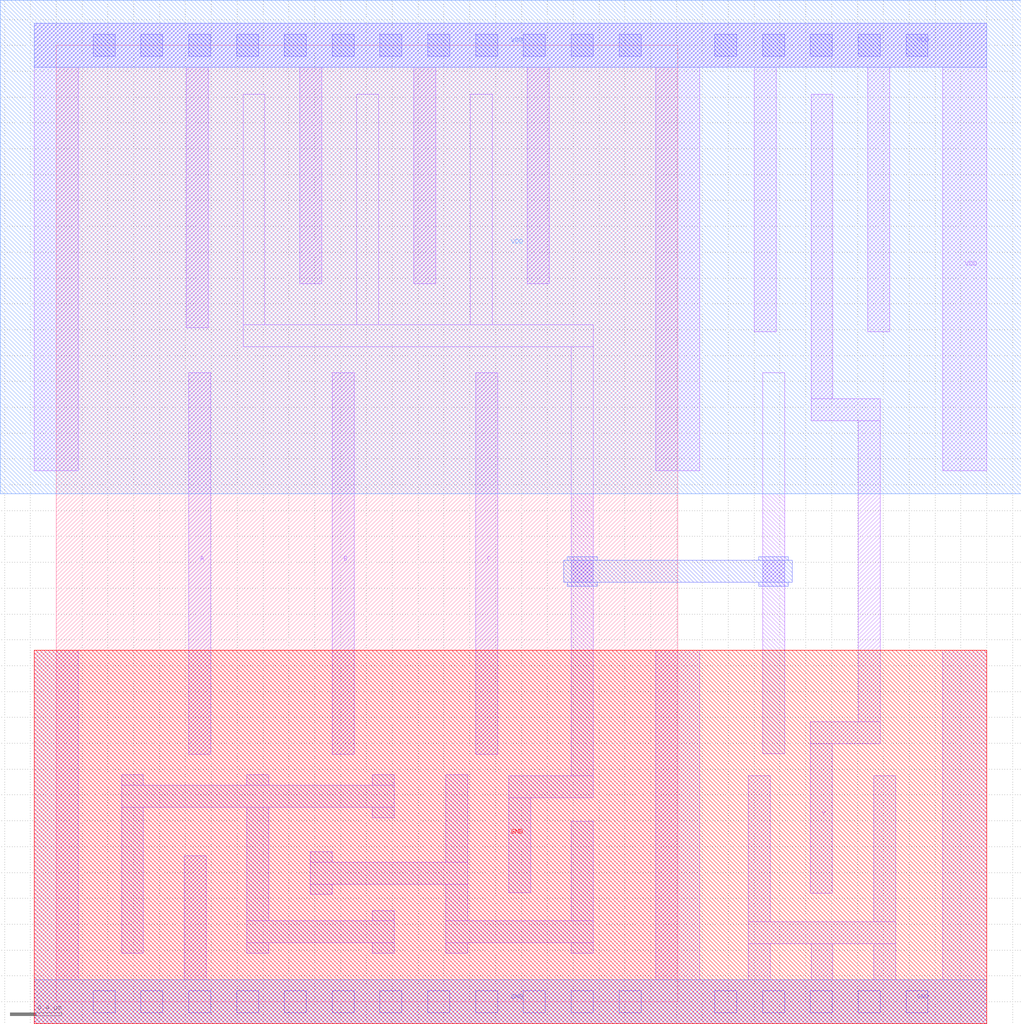
<source format=lef>
VERSION 5.7 ;
  NOWIREEXTENSIONATPIN ON ;
  DIVIDERCHAR "/" ;
  BUSBITCHARS "[]" ;
MACRO AND3X1
  CLASS CORE ;
  FOREIGN AND3X1 ;
  ORIGIN 0.000 0.000 ;
  SIZE 4.810 BY 7.400 ;
  SYMMETRY X Y R90 ;
  SITE unitrh ;
  PIN Y
    DIRECTION OUTPUT ;
    USE SIGNAL ;
    ANTENNADIFFAREA 0.771900 ;
    PORT
      LAYER li1 ;
        RECT 5.840 4.665 6.010 7.020 ;
        RECT 5.840 4.495 6.375 4.665 ;
        RECT 6.205 2.165 6.375 4.495 ;
        RECT 5.835 1.995 6.375 2.165 ;
        RECT 5.835 0.840 6.005 1.995 ;
    END
  END Y
  PIN A
    DIRECTION INPUT ;
    USE SIGNAL ;
    ANTENNAGATEAREA 1.033250 ;
    PORT
      LAYER li1 ;
        RECT 1.025 1.915 1.195 4.865 ;
    END
  END A
  PIN B
    DIRECTION INPUT ;
    USE SIGNAL ;
    ANTENNAGATEAREA 1.014850 ;
    PORT
      LAYER li1 ;
        RECT 2.135 1.915 2.305 4.865 ;
    END
  END B
  PIN C
    DIRECTION INPUT ;
    USE SIGNAL ;
    ANTENNAGATEAREA 1.027250 ;
    PORT
      LAYER li1 ;
        RECT 3.245 1.915 3.415 4.865 ;
    END
  END C
  PIN VDD
    DIRECTION INOUT ;
    USE POWER ;
    SHAPE ABUTMENT ;
    PORT
      LAYER nwell ;
        RECT -0.435 3.930 7.465 7.750 ;
      LAYER li1 ;
        RECT -0.170 7.230 7.200 7.570 ;
        RECT -0.170 4.110 0.170 7.230 ;
        RECT 1.005 5.215 1.175 7.230 ;
        RECT 1.885 5.555 2.055 7.230 ;
        RECT 2.765 5.555 2.935 7.230 ;
        RECT 3.645 5.555 3.815 7.230 ;
        RECT 4.640 4.110 4.980 7.230 ;
        RECT 5.400 5.185 5.570 7.230 ;
        RECT 6.280 5.185 6.450 7.230 ;
        RECT 6.860 4.110 7.200 7.230 ;
      LAYER mcon ;
        RECT 0.285 7.315 0.455 7.485 ;
        RECT 0.655 7.315 0.825 7.485 ;
        RECT 1.025 7.315 1.195 7.485 ;
        RECT 1.395 7.315 1.565 7.485 ;
        RECT 1.765 7.315 1.935 7.485 ;
        RECT 2.135 7.315 2.305 7.485 ;
        RECT 2.505 7.315 2.675 7.485 ;
        RECT 2.875 7.315 3.045 7.485 ;
        RECT 3.245 7.315 3.415 7.485 ;
        RECT 3.615 7.315 3.785 7.485 ;
        RECT 3.985 7.315 4.155 7.485 ;
        RECT 4.355 7.315 4.525 7.485 ;
        RECT 5.095 7.315 5.265 7.485 ;
        RECT 5.465 7.315 5.635 7.485 ;
        RECT 5.835 7.315 6.005 7.485 ;
        RECT 6.205 7.315 6.375 7.485 ;
        RECT 6.575 7.315 6.745 7.485 ;
      LAYER met1 ;
        RECT -0.170 7.230 7.200 7.570 ;
    END
  END VDD
  PIN GND
    DIRECTION INOUT ;
    USE GROUND ;
    SHAPE ABUTMENT ;
    PORT
      LAYER pwell ;
        RECT -0.170 -0.170 7.200 2.720 ;
      LAYER li1 ;
        RECT -0.170 0.170 0.170 2.720 ;
        RECT 0.990 0.170 1.160 1.130 ;
        RECT 4.640 0.170 4.980 2.720 ;
        RECT 5.355 0.620 5.525 1.750 ;
        RECT 6.325 0.620 6.495 1.750 ;
        RECT 5.355 0.450 6.495 0.620 ;
        RECT 5.355 0.170 5.525 0.450 ;
        RECT 5.840 0.170 6.010 0.450 ;
        RECT 6.325 0.170 6.495 0.450 ;
        RECT 6.860 0.170 7.200 2.720 ;
        RECT -0.170 -0.170 7.200 0.170 ;
      LAYER mcon ;
        RECT 0.285 -0.085 0.455 0.085 ;
        RECT 0.655 -0.085 0.825 0.085 ;
        RECT 1.025 -0.085 1.195 0.085 ;
        RECT 1.395 -0.085 1.565 0.085 ;
        RECT 1.765 -0.085 1.935 0.085 ;
        RECT 2.135 -0.085 2.305 0.085 ;
        RECT 2.505 -0.085 2.675 0.085 ;
        RECT 2.875 -0.085 3.045 0.085 ;
        RECT 3.245 -0.085 3.415 0.085 ;
        RECT 3.615 -0.085 3.785 0.085 ;
        RECT 3.985 -0.085 4.155 0.085 ;
        RECT 4.355 -0.085 4.525 0.085 ;
        RECT 5.095 -0.085 5.265 0.085 ;
        RECT 5.465 -0.085 5.635 0.085 ;
        RECT 5.835 -0.085 6.005 0.085 ;
        RECT 6.205 -0.085 6.375 0.085 ;
        RECT 6.575 -0.085 6.745 0.085 ;
      LAYER met1 ;
        RECT -0.170 -0.170 7.200 0.170 ;
    END
  END GND
  OBS
      LAYER li1 ;
        RECT 1.445 5.240 1.615 7.020 ;
        RECT 2.325 5.240 2.495 7.020 ;
        RECT 3.205 5.240 3.375 7.020 ;
        RECT 1.445 5.070 4.155 5.240 ;
        RECT 0.505 1.675 0.675 1.755 ;
        RECT 1.475 1.675 1.645 1.755 ;
        RECT 2.445 1.675 2.615 1.755 ;
        RECT 0.505 1.505 2.615 1.675 ;
        RECT 0.505 0.375 0.675 1.505 ;
        RECT 1.475 0.625 1.645 1.505 ;
        RECT 2.445 1.425 2.615 1.505 ;
        RECT 1.965 1.080 2.135 1.160 ;
        RECT 3.015 1.080 3.185 1.755 ;
        RECT 3.985 1.750 4.155 5.070 ;
        RECT 5.465 1.920 5.635 4.865 ;
        RECT 1.965 0.910 3.185 1.080 ;
        RECT 1.965 0.830 2.135 0.910 ;
        RECT 2.445 0.625 2.615 0.705 ;
        RECT 1.475 0.455 2.615 0.625 ;
        RECT 1.475 0.375 1.645 0.455 ;
        RECT 2.445 0.375 2.615 0.455 ;
        RECT 3.015 0.625 3.185 0.910 ;
        RECT 3.500 1.580 4.155 1.750 ;
        RECT 3.500 0.845 3.670 1.580 ;
        RECT 3.985 0.625 4.155 1.395 ;
        RECT 3.015 0.455 4.155 0.625 ;
        RECT 3.015 0.375 3.185 0.455 ;
        RECT 3.985 0.375 4.155 0.455 ;
      LAYER mcon ;
        RECT 3.985 3.245 4.155 3.415 ;
        RECT 5.465 3.245 5.635 3.415 ;
      LAYER met1 ;
        RECT 3.955 3.415 4.185 3.445 ;
        RECT 5.435 3.415 5.665 3.445 ;
        RECT 3.925 3.245 5.695 3.415 ;
        RECT 3.955 3.215 4.185 3.245 ;
        RECT 5.435 3.215 5.665 3.245 ;
  END
END AND3X1
END LIBRARY


</source>
